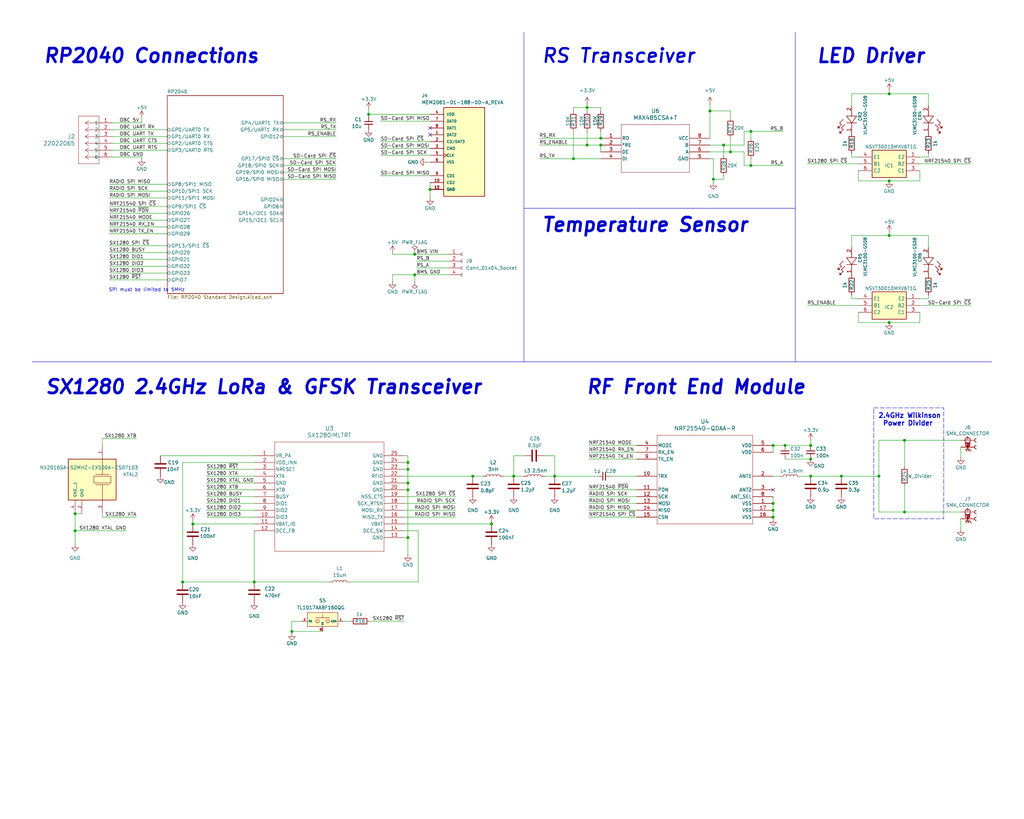
<source format=kicad_sch>
(kicad_sch (version 20231120) (generator "eeschema") (generator_version "8.0")
  (paper "User" 381 304.8)
  (title_block (title "Rocket Communication System") (date "2024-12-17") (company "Porto Space Team") (comment 1 "Miguel Amorim"))
  (junction (at 94.615 216.535))
  (junction (at 27.94 191.135))
  (junction (at 218.44 53.975))
  (junction (at 151.765 182.245))
  (junction (at 191.135 177.165))
  (junction (at 336.55 163.83))
  (junction (at 279.4 61.595))
  (junction (at 287.655 192.405))
  (junction (at 71.755 194.945))
  (junction (at 223.52 53.975))
  (junction (at 336.55 190.5))
  (junction (at 175.895 177.165))
  (junction (at 108.585 234.95))
  (junction (at 137.16 42.545))
  (junction (at 265.43 66.675))
  (junction (at 160.02 70.485))
  (junction (at 330.835 120.015))
  (junction (at 206.375 177.165))
  (junction (at 151.765 179.705))
  (junction (at 151.765 174.625))
  (junction (at 279.4 48.895))
  (junction (at 330.835 87.63))
  (junction (at 218.44 40.005))
  (junction (at 330.835 67.31))
  (junction (at 287.655 187.325))
  (junction (at 151.765 172.085))
  (junction (at 292.1 165.735))
  (junction (at 151.765 200.025))
  (junction (at 287.655 189.865))
  (junction (at 154.305 102.235))
  (junction (at 271.78 56.515))
  (junction (at 182.88 194.945))
  (junction (at 154.305 94.615))
  (junction (at 330.835 34.925))
  (junction (at 327.025 177.165))
  (junction (at 301.625 177.165))
  (junction (at 287.655 165.735))
  (junction (at 264.16 41.275))
  (junction (at 301.625 170.815))
  (junction (at 313.055 177.165))
  (junction (at 301.625 165.735))
  (junction (at 213.36 59.055))
  (junction (at 269.24 53.975))
  (junction (at 67.945 216.535))
  (junction (at 223.52 51.435))
  (junction (at 27.94 197.485))
  (no_connect (at 160.02 47.625))
  (no_connect (at 287.655 182.245))
  (no_connect (at 160.02 50.165))
  (wire (pts (xy 160.02 70.485) (xy 160.02 67.945)))
  (wire (pts (xy 151.765 169.545) (xy 151.765 172.085)))
  (wire (pts (xy 316.865 109.855) (xy 316.865 111.125)))
  (wire (pts (xy 151.765 179.705) (xy 151.765 182.245)))
  (wire (pts (xy 41.91 50.8) (xy 62.23 50.8)))
  (wire (pts (xy 265.43 66.675) (xy 265.43 67.945)))
  (wire (pts (xy 330.835 33.655) (xy 330.835 34.925)))
  (wire (pts (xy 40.64 91.44) (xy 62.23 91.44)))
  (wire (pts (xy 219.075 189.865) (xy 236.855 189.865)))
  (wire (pts (xy 76.835 182.245) (xy 94.615 182.245)))
  (wire (pts (xy 345.44 87.63) (xy 345.44 92.075)))
  (wire (pts (xy 105.41 45.72) (xy 125.095 45.72)))
  (wire (pts (xy 319.405 120.015) (xy 330.835 120.015)))
  (wire (pts (xy 150.495 182.245) (xy 151.765 182.245)))
  (wire (pts (xy 287.655 192.405) (xy 287.655 193.04)))
  (wire (pts (xy 319.405 67.31) (xy 330.835 67.31)))
  (wire (pts (xy 137.795 231.14) (xy 150.495 231.14)))
  (wire (pts (xy 40.64 73.66) (xy 62.23 73.66)))
  (wire (pts (xy 150.495 194.945) (xy 182.88 194.945)))
  (wire (pts (xy 330.835 87.63) (xy 345.44 87.63)))
  (wire (pts (xy 151.765 182.245) (xy 151.765 200.025)))
  (wire (pts (xy 76.835 174.625) (xy 94.615 174.625)))
  (wire (pts (xy 105.41 50.8) (xy 125.095 50.8)))
  (wire (pts (xy 269.24 53.975) (xy 269.24 57.785)))
  (wire (pts (xy 345.44 109.855) (xy 345.44 111.125)))
  (wire (pts (xy 219.075 184.785) (xy 236.855 184.785)))
  (wire (pts (xy 40.64 76.835) (xy 62.23 76.835)))
  (wire (pts (xy 287.655 189.865) (xy 287.655 192.405)))
  (wire (pts (xy 316.865 58.42) (xy 319.405 58.42)))
  (wire (pts (xy 313.055 177.165) (xy 327.025 177.165)))
  (wire (pts (xy 105.41 48.26) (xy 125.095 48.26)))
  (wire (pts (xy 137.16 42.545) (xy 137.16 43.18)))
  (wire (pts (xy 76.835 189.865) (xy 94.615 189.865)))
  (wire (pts (xy 141.605 52.705) (xy 160.02 52.705)))
  (wire (pts (xy 191.135 177.165) (xy 194.945 177.165)))
  (wire (pts (xy 67.945 172.085) (xy 94.615 172.085)))
  (wire (pts (xy 158.75 60.325) (xy 160.02 60.325)))
  (wire (pts (xy 279.4 48.895) (xy 279.4 51.435)))
  (wire (pts (xy 264.16 59.055) (xy 265.43 59.055)))
  (wire (pts (xy 319.405 116.205) (xy 319.405 120.015)))
  (wire (pts (xy 108.585 231.14) (xy 112.395 231.14)))
  (wire (pts (xy 130.175 216.535) (xy 155.575 216.535)))
  (wire (pts (xy 200.66 59.055) (xy 213.36 59.055)))
  (wire (pts (xy 27.94 197.485) (xy 27.94 202.565)))
  (wire (pts (xy 223.52 53.975) (xy 223.52 56.515)))
  (wire (pts (xy 40.64 84.455) (xy 62.23 84.455)))
  (wire (pts (xy 265.43 59.055) (xy 265.43 66.675)))
  (wire (pts (xy 41.91 53.34) (xy 62.23 53.34)))
  (wire (pts (xy 59.69 169.545) (xy 94.615 169.545)))
  (wire (pts (xy 67.945 172.085) (xy 67.945 216.535)))
  (wire (pts (xy 271.78 43.815) (xy 271.78 41.275)))
  (wire (pts (xy 223.52 41.275) (xy 223.52 40.005)))
  (wire (pts (xy 218.44 40.005) (xy 223.52 40.005)))
  (wire (pts (xy 151.765 174.625) (xy 151.765 179.705)))
  (wire (pts (xy 319.405 60.96) (xy 300.355 60.96)))
  (wire (pts (xy 316.865 57.15) (xy 316.865 58.42)))
  (polyline (pts (xy 194.945 77.47) (xy 295.91 77.47)))
  (wire (pts (xy 200.66 51.435) (xy 223.52 51.435)))
  (wire (pts (xy 191.135 177.165) (xy 191.135 169.545)))
  (wire (pts (xy 154.305 93.98) (xy 154.305 94.615)))
  (wire (pts (xy 94.615 216.535) (xy 94.615 197.485)))
  (wire (pts (xy 219.075 168.275) (xy 236.855 168.275)))
  (wire (pts (xy 76.835 179.705) (xy 94.615 179.705)))
  (wire (pts (xy 330.835 86.36) (xy 330.835 87.63)))
  (wire (pts (xy 345.44 58.42) (xy 342.265 58.42)))
  (wire (pts (xy 319.405 113.665) (xy 300.355 113.665)))
  (wire (pts (xy 292.1 170.815) (xy 301.625 170.815)))
  (wire (pts (xy 41.91 48.26) (xy 62.23 48.26)))
  (wire (pts (xy 276.86 48.895) (xy 279.4 48.895)))
  (wire (pts (xy 108.585 234.95) (xy 120.015 234.95)))
  (wire (pts (xy 206.375 177.165) (xy 222.25 177.165)))
  (wire (pts (xy 150.495 184.785) (xy 169.545 184.785)))
  (wire (pts (xy 219.075 170.815) (xy 236.855 170.815)))
  (wire (pts (xy 327.025 163.83) (xy 336.55 163.83)))
  (wire (pts (xy 108.585 235.585) (xy 108.585 234.95)))
  (wire (pts (xy 357.505 166.37) (xy 357.505 170.18)))
  (wire (pts (xy 38.1 165.735) (xy 38.1 163.195)))
  (wire (pts (xy 141.605 65.405) (xy 160.02 65.405)))
  (wire (pts (xy 218.44 48.895) (xy 218.44 53.975)))
  (wire (pts (xy 301.625 163.83) (xy 301.625 165.735)))
  (wire (pts (xy 316.865 34.925) (xy 330.835 34.925)))
  (wire (pts (xy 40.64 86.995) (xy 62.23 86.995)))
  (wire (pts (xy 151.765 200.025) (xy 151.765 206.375)))
  (wire (pts (xy 62.23 93.98) (xy 40.64 93.98)))
  (wire (pts (xy 327.025 177.165) (xy 327.025 190.5)))
  (wire (pts (xy 206.375 169.545) (xy 206.375 177.165)))
  (wire (pts (xy 342.265 67.31) (xy 342.265 63.5)))
  (wire (pts (xy 141.605 57.785) (xy 160.02 57.785)))
  (wire (pts (xy 27.94 191.135) (xy 30.48 191.135)))
  (wire (pts (xy 345.44 57.15) (xy 345.44 58.42)))
  (wire (pts (xy 146.05 102.235) (xy 146.05 104.775)))
  (wire (pts (xy 105.41 61.595) (xy 125.095 61.595)))
  (wire (pts (xy 330.835 34.925) (xy 345.44 34.925)))
  (wire (pts (xy 38.1 191.135) (xy 38.1 192.405)))
  (polyline (pts (xy 295.91 12.065) (xy 295.91 134.62)))
  (wire (pts (xy 200.66 53.975) (xy 218.44 53.975)))
  (wire (pts (xy 316.865 92.075) (xy 316.865 87.63)))
  (wire (pts (xy 264.16 56.515) (xy 271.78 56.515)))
  (wire (pts (xy 218.44 40.005) (xy 218.44 38.735)))
  (wire (pts (xy 213.36 41.275) (xy 213.36 40.005)))
  (wire (pts (xy 271.78 51.435) (xy 271.78 56.515)))
  (wire (pts (xy 271.78 41.275) (xy 264.16 41.275)))
  (wire (pts (xy 276.86 61.595) (xy 279.4 61.595)))
  (wire (pts (xy 327.025 190.5) (xy 336.55 190.5)))
  (wire (pts (xy 150.495 189.865) (xy 169.545 189.865)))
  (wire (pts (xy 146.05 102.235) (xy 154.305 102.235)))
  (wire (pts (xy 62.23 99.06) (xy 40.64 99.06)))
  (wire (pts (xy 297.815 177.165) (xy 301.625 177.165)))
  (wire (pts (xy 271.78 56.515) (xy 276.86 56.515)))
  (wire (pts (xy 146.05 93.98) (xy 146.05 94.615)))
  (wire (pts (xy 218.44 53.975) (xy 223.52 53.975)))
  (wire (pts (xy 175.895 177.165) (xy 179.705 177.165)))
  (wire (pts (xy 279.4 48.895) (xy 291.465 48.895)))
  (wire (pts (xy 52.705 58.42) (xy 52.705 59.055)))
  (wire (pts (xy 137.16 40.64) (xy 137.16 42.545)))
  (wire (pts (xy 150.495 169.545) (xy 151.765 169.545)))
  (wire (pts (xy 150.495 174.625) (xy 151.765 174.625)))
  (wire (pts (xy 160.02 70.485) (xy 160.02 73.66)))
  (wire (pts (xy 71.755 193.675) (xy 71.755 194.945)))
  (wire (pts (xy 76.835 177.165) (xy 94.615 177.165)))
  (wire (pts (xy 219.075 165.735) (xy 236.855 165.735)))
  (wire (pts (xy 191.135 169.545) (xy 194.945 169.545)))
  (polyline (pts (xy 368.935 134.62) (xy 12.065 134.62)))
  (wire (pts (xy 361.315 113.665) (xy 342.265 113.665)))
  (wire (pts (xy 76.835 184.785) (xy 94.615 184.785)))
  (wire (pts (xy 105.41 59.055) (xy 125.095 59.055)))
  (wire (pts (xy 62.23 101.6) (xy 40.64 101.6)))
  (wire (pts (xy 154.305 102.235) (xy 167.005 102.235)))
  (wire (pts (xy 219.075 187.325) (xy 236.855 187.325)))
  (wire (pts (xy 264.16 41.275) (xy 264.16 51.435)))
  (wire (pts (xy 155.575 197.485) (xy 155.575 216.535)))
  (wire (pts (xy 330.835 120.015) (xy 342.265 120.015)))
  (wire (pts (xy 67.945 216.535) (xy 94.615 216.535)))
  (wire (pts (xy 213.36 59.055) (xy 223.52 59.055)))
  (wire (pts (xy 227.33 177.165) (xy 236.855 177.165)))
  (wire (pts (xy 336.55 163.83) (xy 336.55 173.355)))
  (wire (pts (xy 150.495 179.705) (xy 151.765 179.705)))
  (wire (pts (xy 316.865 111.125) (xy 319.405 111.125)))
  (wire (pts (xy 62.23 104.14) (xy 40.64 104.14)))
  (wire (pts (xy 141.605 45.085) (xy 160.02 45.085)))
  (wire (pts (xy 287.655 165.735) (xy 287.655 168.275)))
  (wire (pts (xy 279.4 61.595) (xy 291.465 61.595)))
  (wire (pts (xy 223.52 48.895) (xy 223.52 51.435)))
  (wire (pts (xy 292.1 165.735) (xy 301.625 165.735)))
  (wire (pts (xy 76.835 187.325) (xy 94.615 187.325)))
  (wire (pts (xy 287.655 165.735) (xy 292.1 165.735)))
  (wire (pts (xy 269.24 53.975) (xy 276.86 53.975)))
  (wire (pts (xy 41.91 55.88) (xy 62.23 55.88)))
  (wire (pts (xy 345.44 111.125) (xy 342.265 111.125)))
  (wire (pts (xy 105.41 66.675) (xy 125.095 66.675)))
  (wire (pts (xy 213.36 40.005) (xy 218.44 40.005)))
  (wire (pts (xy 150.495 197.485) (xy 155.575 197.485)))
  (wire (pts (xy 146.05 94.615) (xy 154.305 94.615)))
  (wire (pts (xy 336.55 163.83) (xy 357.505 163.83)))
  (wire (pts (xy 327.025 163.83) (xy 327.025 177.165)))
  (wire (pts (xy 336.55 190.5) (xy 357.505 190.5)))
  (wire (pts (xy 137.16 42.545) (xy 160.02 42.545)))
  (wire (pts (xy 150.495 172.085) (xy 151.765 172.085)))
  (wire (pts (xy 342.265 120.015) (xy 342.265 116.205)))
  (wire (pts (xy 265.43 66.675) (xy 269.24 66.675)))
  (wire (pts (xy 38.1 192.405) (xy 50.8 192.405)))
  (wire (pts (xy 316.865 87.63) (xy 330.835 87.63)))
  (wire (pts (xy 319.405 63.5) (xy 319.405 67.31)))
  (wire (pts (xy 301.625 177.165) (xy 313.055 177.165)))
  (wire (pts (xy 219.075 192.405) (xy 236.855 192.405)))
  (wire (pts (xy 345.44 34.925) (xy 345.44 39.37)))
  (wire (pts (xy 187.325 177.165) (xy 191.135 177.165)))
  (wire (pts (xy 141.605 55.245) (xy 160.02 55.245)))
  (wire (pts (xy 40.64 79.375) (xy 62.23 79.375)))
  (wire (pts (xy 336.55 180.975) (xy 336.55 190.5)))
  (wire (pts (xy 330.835 67.31) (xy 342.265 67.31)))
  (wire (pts (xy 76.835 192.405) (xy 94.615 192.405)))
  (wire (pts (xy 108.585 234.95) (xy 108.585 231.14)))
  (wire (pts (xy 40.64 68.58) (xy 62.23 68.58)))
  (wire (pts (xy 202.565 177.165) (xy 206.375 177.165)))
  (wire (pts (xy 154.305 94.615) (xy 167.005 94.615)))
  (wire (pts (xy 27.94 191.135) (xy 27.94 197.485)))
  (wire (pts (xy 150.495 192.405) (xy 169.545 192.405)))
  (wire (pts (xy 52.705 43.815) (xy 52.705 45.72)))
  (wire (pts (xy 41.91 45.72) (xy 52.705 45.72)))
  (wire (pts (xy 264.16 53.975) (xy 269.24 53.975)))
  (wire (pts (xy 150.495 187.325) (xy 169.545 187.325)))
  (wire (pts (xy 27.94 197.485) (xy 46.99 197.485)))
  (wire (pts (xy 150.495 177.165) (xy 175.895 177.165)))
  (wire (pts (xy 213.36 48.895) (xy 213.36 59.055)))
  (wire (pts (xy 41.91 58.42) (xy 52.705 58.42)))
  (wire (pts (xy 264.16 38.735) (xy 264.16 41.275)))
  (wire (pts (xy 287.655 187.325) (xy 287.655 189.865)))
  (polyline (pts (xy 194.945 12.065) (xy 194.945 134.62)))
  (wire (pts (xy 219.075 182.245) (xy 236.855 182.245)))
  (wire (pts (xy 218.44 40.005) (xy 218.44 41.275)))
  (wire (pts (xy 279.4 59.055) (xy 279.4 61.595)))
  (wire (pts (xy 202.565 169.545) (xy 206.375 169.545)))
  (wire (pts (xy 276.86 53.975) (xy 276.86 48.895)))
  (wire (pts (xy 276.86 56.515) (xy 276.86 61.595)))
  (wire (pts (xy 154.305 104.775) (xy 154.305 102.235)))
  (wire (pts (xy 361.315 60.96) (xy 342.265 60.96)))
  (wire (pts (xy 127.635 231.14) (xy 130.175 231.14)))
  (wire (pts (xy 62.23 96.52) (xy 40.64 96.52)))
  (wire (pts (xy 40.64 81.915) (xy 62.23 81.915)))
  (wire (pts (xy 269.24 66.675) (xy 269.24 65.405)))
  (wire (pts (xy 38.1 163.195) (xy 50.8 163.195)))
  (wire (pts (xy 150.495 200.025) (xy 151.765 200.025)))
  (wire (pts (xy 316.865 39.37) (xy 316.865 34.925)))
  (wire (pts (xy 71.755 194.945) (xy 94.615 194.945)))
  (wire (pts (xy 287.655 177.165) (xy 290.195 177.165)))
  (wire (pts (xy 105.41 64.135) (xy 125.095 64.135)))
  (wire (pts (xy 154.94 97.155) (xy 167.005 97.155)))
  (wire (pts (xy 357.505 193.04) (xy 357.505 196.85)))
  (wire (pts (xy 122.555 216.535) (xy 94.615 216.535)))
  (wire (pts (xy 287.655 184.785) (xy 287.655 187.325)))
  (wire (pts (xy 151.765 172.085) (xy 151.765 174.625)))
  (wire (pts (xy 154.94 99.695) (xy 167.005 99.695)))
  (wire (pts (xy 40.64 71.12) (xy 62.23 71.12)))
  (wire (pts (xy 182.88 194.945) (xy 182.88 194.31)))
  (rectangle (start 325.12 151.765) (end 351.155 193.04) (stroke (width 0) (type dash)))
  (text "RF Front End Module" (at 217.805 144.145 0) (effects (font (size 5.08 5.08) (thickness 1.016) (bold yes) (italic yes)) (justify left)))
  (text "LED Driver\n" (at 303.53 20.955 0) (effects (font (size 5.08 5.08) (thickness 1.016) (bold yes) (italic yes)) (justify left)))
  (text "SX1280 2.4GHz LoRa & GFSK Transceiver" (at 16.51 144.145 0) (effects (font (size 5.08 5.08) (thickness 1.016) (bold yes) (italic yes)) (justify left)))
  (text "RP2040 Connections" (at 15.875 20.955 0) (effects (font (size 5.08 5.08) (thickness 1.016) (bold yes) (italic yes)) (justify left)))
  (text "SPI must be limited to 5MHz" (at 54.61 107.95 0) (effects (font (size 1.27 1.27))))
  (text "2.4GHz Wilkinson\nPower Divider " (at 338.455 156.21 0) (effects (font (size 1.778 1.778) (thickness 0.3556) (bold yes))))
  (text "RS Transceiver" (at 201.295 20.955 0) (effects (font (size 5.08 5.08) (thickness 0.8636) (bold yes) (italic yes)) (justify left)))
  (text "Temperature Sensor" (at 201.295 83.82 0) (effects (font (size 5.08 5.08) (thickness 1.016) (bold yes) (italic yes)) (justify left)))
  (label "SX1280 SPI ~{CS}" (at 169.545 184.785 180))
  (label "NRF21540 TX_EN" (at 219.075 170.815 0))
  (label "SX1280 DIO1" (at 40.64 96.52 0))
  (label "SD-Card SPI SCK" (at 141.605 57.785 0))
  (label "NRF21540 ~{PDN}" (at 219.075 182.245 0))
  (label "NRF21540 SPI ~{CS}" (at 361.315 60.96 180))
  (label "SX1280 XTAL GND" (at 76.835 179.705 0))
  (label "SX1280 SPI ~{CS}" (at 300.355 60.96 0))
  (label "SX1280 ~{RST}" (at 40.64 104.14 0))
  (label "SX1280 XTA" (at 76.835 177.165 0))
  (label "SX1280 XTB" (at 50.8 163.195 180))
  (label "SX1280 BUSY" (at 40.64 93.98 0))
  (label "BMS VIN" (at 154.94 94.615 0))
  (label "RADIO SPI MISO" (at 219.075 189.865 0))
  (label "SD-Card SPI ~{CS}" (at 361.315 113.665 180))
  (label "RS_TX" (at 125.095 48.26 180))
  (label "NRF21540 SPI ~{CS}" (at 219.075 192.405 0))
  (label "NRF21540 ~{PDN}" (at 40.64 79.375 0))
  (label "SD-Card SPI MOSI" (at 141.605 55.245 0))
  (label "OBC UART RTS" (at 44.45 55.88 0))
  (label "SX1280 XTA" (at 50.8 192.405 180))
  (label "NRF21540 MODE" (at 40.64 81.915 0))
  (label "SD-Card SPI SCK" (at 125.095 61.595 180))
  (label "NRF21540 MODE" (at 219.075 165.735 0))
  (label "RS_B" (at 154.94 97.155 0))
  (label "SD-Card SPI MISO" (at 125.095 66.675 180))
  (label "SX1280 SPI ~{CS}" (at 40.64 91.44 0))
  (label "RS_ENABLE" (at 300.355 113.665 0))
  (label "RADIO SPI MISO" (at 40.64 68.58 0))
  (label "RS_RX" (at 125.095 45.72 180))
  (label "RS_ENABLE" (at 200.66 53.975 0))
  (label "SX1280 BUSY" (at 76.835 184.785 0))
  (label "NRF21540 SPI ~{CS}" (at 40.64 76.835 0))
  (label "SX1280 DIO2" (at 40.64 99.06 0))
  (label "SX1280 DIO1" (at 76.835 187.325 0))
  (label "RADIO SPI SCK" (at 219.075 184.785 0))
  (label "NRF21540 RX_EN" (at 40.64 84.455 0))
  (label "OBC 5V" (at 44.45 45.72 0))
  (label "RADIO SPI SCK" (at 169.545 187.325 180))
  (label "SX1280 DIO3" (at 40.64 101.6 0))
  (label "RS_B" (at 291.465 48.895 180))
  (label "SX1280 DIO2" (at 76.835 189.865 0))
  (label "RADIO SPI MOSI" (at 219.075 187.325 0))
  (label "BMS GND" (at 154.94 102.235 0))
  (label "OBC UART CTS" (at 44.45 53.34 0))
  (label "OBC UART RX" (at 44.45 48.26 0))
  (label "SX1280 XTAL GND" (at 46.99 197.485 180))
  (label "RS_A" (at 154.94 99.695 0))
  (label "SD-Card SPI MISO" (at 141.605 65.405 0))
  (label "RS_TX" (at 200.66 59.055 0))
  (label "SD-Card SPI MISO" (at 141.605 45.085 0))
  (label "RS_ENABLE" (at 125.095 50.8 180))
  (label "RADIO SPI MISO" (at 169.545 192.405 180))
  (label "RADIO SPI SCK" (at 40.64 71.12 0))
  (label "RS_RX" (at 200.66 51.435 0))
  (label "OBC UART TX" (at 44.45 50.8 0))
  (label "SX1280 DIO3" (at 76.835 192.405 0))
  (label "SD-Card SPI ~{CS}" (at 125.095 59.055 180))
  (label "RADIO SPI MOSI" (at 40.64 73.66 0))
  (label "SX1280 XTB" (at 76.835 182.245 0))
  (label "RADIO SPI MOSI" (at 169.545 189.865 180))
  (label "RS_A" (at 291.465 61.595 180))
  (label "SD-Card SPI ~{CS}" (at 141.605 52.705 0))
  (label "SX1280 ~{RST}" (at 150.495 231.14 180))
  (label "NRF21540 RX_EN" (at 219.075 168.275 0))
  (label "OBC GND" (at 44.45 58.42 0))
  (label "SD-Card SPI MOSI" (at 125.095 64.135 180))
  (label "NRF21540 TX_EN" (at 40.64 86.995 0))
  (label "SX1280 ~{RST}" (at 76.835 174.625 0))
  (symbol (lib_id "power:+3.3V") (at 182.88 194.31 0) (unit 1)
    (property "Reference" "#PWR010" (effects (hide yes)))
    (property "Value" "+3.3V" (at 182.88 190.5 0))
    (property "Description" "Power symbol creates a global label with name \"+3.3V\"" (effects (hide yes)))
  )
  (symbol (lib_id "power:+5V") (at 146.05 93.98 0) (unit 1)
    (property "Reference" "#PWR074" (effects (hide yes)))
    (property "Value" "+5V" (at 146.05 90.17 0))
    (property "Description" "Power symbol creates a global label with name \"+5V\"" (effects (hide yes)))
  )
  (symbol (lib_id "power:GND") (at 301.625 184.785 0) (unit 1)
    (property "Reference" "#PWR059" (effects (hide yes)))
    (property "Value" "GND" (at 301.625 188.595 0))
    (property "Description" "Power symbol creates a global label with name \"GND\" , ground" (effects (hide yes)))
  )
  (symbol (lib_id "Device:C") (at 59.69 173.355 0) (unit 1)
    (property "Reference" "C19" (at 62.484 172.085 0) (effects (justify left)))
    (property "Value" "10nF" (at 61.976 174.625 0) (effects (justify left)))
    (property "Footprint" "Capacitor-0402:Capacitor_0402" (effects (hide yes)))
    (property "Description" "Unpolarized capacitor" (effects (hide yes)))
  )
  (symbol (lib_id "power:GND") (at 175.895 184.785 0) (unit 1)
    (property "Reference" "#PWR09" (effects (hide yes)))
    (property "Value" "GND" (at 175.895 189.865 0))
    (property "Description" "Power symbol creates a global label with name \"GND\" , ground" (effects (hide yes)))
  )
  (symbol (lib_id "power:GND") (at 301.625 170.815 0) (unit 1)
    (property "Reference" "#PWR058" (effects (hide yes)))
    (property "Value" "GND" (at 304.8 173.355 0))
    (property "Description" "Power symbol creates a global label with name \"GND\" , ground" (effects (hide yes)))
  )
  (symbol (lib_id "power:GND") (at 357.505 170.18 0) (unit 1)
    (property "Reference" "#PWR062" (effects (hide yes)))
    (property "Value" "GND" (at 357.505 173.99 0))
    (property "Description" "Power symbol creates a global label with name \"GND\" , ground" (effects (hide yes)))
  )
  (symbol (lib_id "NSVT30010MXV6T1G:NSVT30010MXV6T1G") (at 342.265 58.42 0) (mirror y) (unit 1)
    (property "Reference" "IC1" (at 330.835 61.595 0))
    (property "Value" "NSVT30010MXV6T1G" (at 331.47 54.61 0))
    (property "Footprint" "2 PNP:SOTFL50P160X60-6N" (effects (hide yes)))
    (property "Datasheet" "https://www.onsemi.com/pub/Collateral/NST30010MXV6-D.PDF" (effects (hide yes)))
    (property "Description" "Current Gain Matching to 10%; Base-Emitter Voltage Matched to 2 mV; Drop-In Replacement for Standard Device; These are Pb-Free Devices; S and NSV Prefix for Automotive and Other Applications Requiring Unique Site and Control Change Requirements; AEC-Q101 Qualified and PPAP Capable" (effects (hide yes)))
    (property "Height" "0.6" (effects (hide yes)))
    (property "Mouser Part Number" "863-NSVT30010MXV6T1G" (effects (hide yes)))
    (property "Mouser Price/Stock" "https://www.mouser.co.uk/ProductDetail/onsemi/NSVT30010MXV6T1G?qs=dchgzKpACvKgapfe7pOinw%3D%3D" (effects (hide yes)))
    (property "Manufacturer_Name" "onsemi" (effects (hide yes)))
    (property "Manufacturer_Part_Number" "NSVT30010MXV6T1G" (effects (hide yes)))
  )
  (symbol (lib_id "RS_Transceiver:MAX485CSA+T") (at 223.52 51.435 0) (unit 1)
    (property "Reference" "U6" (at 243.84 41.275 0) (effects (font (size 1.524 1.524))))
    (property "Value" "MAX485CSA+T" (at 243.84 43.815 0) (effects (font (size 1.524 1.524))))
    (property "Footprint" "RS Transceiver:21-0041-3-M_90-0096-8L_MXM" (effects (hide yes)))
    (property "Datasheet" "MAX485CSA+T" (effects (hide yes)))
  )
  (symbol (lib_id "power:GND") (at 71.755 202.565 0) (unit 1)
    (property "Reference" "#PWR05" (effects (hide yes)))
    (property "Value" "GND" (at 71.755 207.645 0))
    (property "Description" "Power symbol creates a global label with name \"GND\" , ground" (effects (hide yes)))
  )
  (symbol (lib_id "Device:L") (at 183.515 177.165 90) (unit 1)
    (property "Reference" "L2" (at 183.515 172.085 90))
    (property "Value" "3nH" (at 183.515 174.625 90))
    (property "Footprint" "Inductor-0402:Inductor_0402" (effects (hide yes)))
    (property "Description" "Inductor" (effects (hide yes)))
  )
  (symbol (lib_id "power:GND") (at 287.655 193.04 0) (unit 1)
    (property "Reference" "#PWR014" (effects (hide yes)))
    (property "Value" "GND" (at 287.655 196.85 0))
    (property "Description" "Power symbol creates a global label with name \"GND\" , ground" (effects (hide yes)))
  )
  (symbol (lib_id "Connector:Conn_01x04_Socket") (at 172.085 97.155 0) (unit 1)
    (property "Reference" "J9" (at 173.355 97.1549 0) (effects (justify left)))
    (property "Value" "Conn_01x04_Socket" (at 173.355 99.6949 0) (effects (justify left)))
    (property "Description" "Generic connector, single row, 01x04, script generated" (effects (hide yes)))
  )
  (symbol (lib_id "Device:C") (at 206.375 180.975 0) (unit 1)
    (property "Reference" "C27" (at 208.915 179.959 0) (effects (justify left)))
    (property "Value" "1.2pF" (at 208.915 182.499 0) (effects (justify left)))
    (property "Footprint" "Capacitor-0402:Capacitor_0402" (effects (hide yes)))
    (property "Description" "Unpolarized capacitor" (effects (hide yes)))
  )
  (symbol (lib_id "power:+3.3V") (at 137.16 40.64 0) (unit 1)
    (property "Reference" "#PWR068" (effects (hide yes)))
    (property "Value" "+3.3V" (at 137.16 36.83 0))
    (property "Description" "Power symbol creates a global label with name \"+3.3V\"" (effects (hide yes)))
  )
  (symbol (lib_id "GreenLED__VLMC3100-GS08:VLMC3100-GS08") (at 345.44 92.075 270) (unit 1)
    (property "Reference" "CR6" (at 342.265 93.98 0) (effects (font (size 1.143 1.143)) (justify left)))
    (property "Value" "VLMC3100-GS08" (at 340.36 88.265 0) (effects (font (size 1.143 1.143)) (justify left)))
    (property "Footprint" "LED-Green_VLMC3100-GS08:LED_PLCC_VSMB" (effects (hide yes)))
    (property "Datasheet" "VLMC3100-GS08" (effects (hide yes)))
  )
  (symbol (lib_id "Device:L") (at 126.365 216.535 90) (unit 1)
    (property "Reference" "L1" (at 126.365 211.455 90))
    (property "Value" "15uH" (at 126.365 213.995 90))
    (property "Footprint" "Inductor-0805:IND_15uH_0805" (effects (hide yes)))
    (property "Description" "Inductor" (effects (hide yes)))
  )
  (symbol (lib_id "NSVT30010MXV6T1G:NSVT30010MXV6T1G") (at 342.265 111.125 0) (mirror y) (unit 1)
    (property "Reference" "IC2" (at 330.835 114.3 0))
    (property "Value" "NSVT30010MXV6T1G" (at 331.47 107.315 0))
    (property "Footprint" "2 PNP:SOTFL50P160X60-6N" (effects (hide yes)))
    (property "Datasheet" "https://www.onsemi.com/pub/Collateral/NST30010MXV6-D.PDF" (effects (hide yes)))
    (property "Description" "Current Gain Matching to 10%; Base-Emitter Voltage Matched to 2 mV; Drop-In Replacement for Standard Device; These are Pb-Free Devices; S and NSV Prefix for Automotive and Other Applications Requiring Unique Site and Control Change Requirements; AEC-Q101 Qualified and PPAP Capable" (effects (hide yes)))
    (property "Height" "0.6" (effects (hide yes)))
    (property "Mouser Part Number" "863-NSVT30010MXV6T1G" (effects (hide yes)))
    (property "Mouser Price/Stock" "https://www.mouser.co.uk/ProductDetail/onsemi/NSVT30010MXV6T1G?qs=dchgzKpACvKgapfe7pOinw%3D%3D" (effects (hide yes)))
    (property "Manufacturer_Name" "onsemi" (effects (hide yes)))
    (property "Manufacturer_Part_Number" "NSVT30010MXV6T1G" (effects (hide yes)))
  )
  (symbol (lib_id "Device:R") (at 316.865 106.045 0) (mirror x) (unit 1)
    (property "Reference" "R22" (at 316.865 107.95 90) (effects (justify right)))
    (property "Value" "1k" (at 314.325 107.315 90) (effects (justify right)))
    (property "Footprint" "Resistor-0402:RES_0402" (effects (hide yes)))
    (property "Description" "Resistor" (effects (hide yes)))
  )
  (symbol (lib_id "power:GND") (at 137.16 48.26 0) (unit 1)
    (property "Reference" "#PWR067" (effects (hide yes)))
    (property "Value" "GND" (at 137.16 52.07 0))
    (property "Description" "Power symbol creates a global label with name \"GND\" , ground" (effects (hide yes)))
  )
  (symbol (lib_id "Device:R") (at 345.44 106.045 180) (unit 1)
    (property "Reference" "R25" (at 345.44 107.95 90) (effects (justify right)))
    (property "Value" "1k" (at 347.98 107.315 90) (effects (justify right)))
    (property "Footprint" "Resistor-0402:RES_0402" (effects (hide yes)))
    (property "Description" "Resistor" (effects (hide yes)))
  )
  (symbol (lib_id "power:GND") (at 313.055 184.785 0) (unit 1)
    (property "Reference" "#PWR060" (effects (hide yes)))
    (property "Value" "GND" (at 313.055 188.595 0))
    (property "Description" "Power symbol creates a global label with name \"GND\" , ground" (effects (hide yes)))
  )
  (symbol (lib_id "GreenLED__VLMC3100-GS08:VLMC3100-GS08") (at 316.865 92.075 90) (mirror x) (unit 1)
    (property "Reference" "CR5" (at 320.04 97.79 0) (effects (font (size 1.143 1.143)) (justify right)))
    (property "Value" "VLMC3100-GS08" (at 321.945 102.87 0) (effects (font (size 1.143 1.143)) (justify right)))
    (property "Footprint" "LED-Green_VLMC3100-GS08:LED_PLCC_VSMB" (effects (hide yes)))
    (property "Datasheet" "VLMC3100-GS08" (effects (hide yes)))
  )
  (symbol (lib_id "Device:L") (at 198.755 177.165 90) (unit 1)
    (property "Reference" "L3" (at 196.215 175.133 90))
    (property "Value" "2.5nH" (at 200.787 175.133 90))
    (property "Footprint" "Inductor-0402:Inductor_0402" (effects (hide yes)))
    (property "Description" "Inductor" (effects (hide yes)))
  )
  (symbol (lib_id "Device:C") (at 71.755 198.755 0) (unit 1)
    (property "Reference" "C21" (at 74.549 196.977 0) (effects (justify left)))
    (property "Value" "100nF" (at 74.295 199.517 0) (effects (justify left)))
    (property "Footprint" "Capacitor-0402:Capacitor_0402" (effects (hide yes)))
    (property "Description" "Unpolarized capacitor" (effects (hide yes)))
  )
  (symbol (lib_id "SMA_CONNECTOR:SMA_CONNECTOR") (at 360.045 190.5 0) (mirror y) (unit 1)
    (property "Reference" "J7" (at 360.045 185.674 0))
    (property "Value" "SMA_CONNECTOR" (at 360.045 187.96 0))
    (property "Footprint" "Inductor-0805:Inductor_0805" (effects (hide yes)))
    (property "MF" "LPRS" (effects (hide yes)))
    (property "MAXIMUM_PACKAGE_HEIGHT" "8.3 mm" (effects (hide yes)))
    (property "Package" "None" (effects (hide yes)))
    (property "Price" "None" (effects (hide yes)))
    (property "Check_prices" "https://www.snapeda.com/parts/SMA%20CONNECTOR/LPRS/view-part/?ref=eda" (effects (hide yes)))
    (property "STANDARD" "Manufacturer Recommendations" (effects (hide yes)))
    (property "PARTREV" "1.3" (effects (hide yes)))
    (property "SnapEDA_Link" "https://www.snapeda.com/parts/SMA%20CONNECTOR/LPRS/view-part/?ref=snap" (effects (hide yes)))
    (property "MP" "SMA CONNECTOR" (effects (hide yes)))
    (property "Purchase-URL" "https://www.snapeda.com/api/url_track_click_mouser/?unipart_id=4703486&manufacturer=LPRS&part_name=SMA CONNECTOR&search_term=None" (effects (hide yes)))
    (property "Availability" "In Stock" (effects (hide yes)))
    (property "MANUFACTURER" "LPRS" (effects (hide yes)))
  )
  (symbol (lib_id "Device:R") (at 279.4 55.245 0) (unit 1)
    (property "Reference" "R26" (at 279.4 57.023 90) (effects (justify left)))
    (property "Value" "120" (at 281.686 56.769 90) (effects (justify left)))
    (property "Footprint" "Resistor-0402:RES_0402" (effects (hide yes)))
    (property "Description" "Resistor" (effects (hide yes)))
  )
  (symbol (lib_id "Device:C") (at 94.615 220.345 0) (unit 1)
    (property "Reference" "C22" (at 98.425 219.0749 0) (effects (justify left)))
    (property "Value" "470nF" (at 98.425 221.6149 0) (effects (justify left)))
    (property "Footprint" "Capacitor-0402:Capacitor_0402" (effects (hide yes)))
    (property "Description" "Unpolarized capacitor" (effects (hide yes)))
  )
  (symbol (lib_id "power:GND") (at 265.43 67.945 0) (unit 1)
    (property "Reference" "#PWR065" (effects (hide yes)))
    (property "Value" "GND" (at 265.43 73.025 0))
    (property "Description" "Power symbol creates a global label with name \"GND\" , ground" (effects (hide yes)))
  )
  (symbol (lib_id "power:GND") (at 59.69 177.165 0) (unit 1)
    (property "Reference" "#PWR02" (effects (hide yes)))
    (property "Value" "GND" (at 62.992 179.451 0))
    (property "Description" "Power symbol creates a global label with name \"GND\" , ground" (effects (hide yes)))
  )
  (symbol (lib_id "power:GND") (at 357.505 196.85 0) (unit 1)
    (property "Reference" "#PWR063" (effects (hide yes)))
    (property "Value" "GND" (at 357.505 200.66 0))
    (property "Description" "Power symbol creates a global label with name \"GND\" , ground" (effects (hide yes)))
  )
  (symbol (lib_id "CONN_SA-4455_06_TE_MOL:22022065") (at 41.91 45.72 0) (mirror y) (unit 1)
    (property "Reference" "J2" (at 27.94 50.7999 0) (effects (font (size 1.524 1.524)) (justify left)))
    (property "Value" "22022065" (at 27.94 53.3399 0) (effects (font (size 1.524 1.524)) (justify left)))
    (property "Footprint" "CONN_SA-4455_06_TE_MOL" (effects (hide yes)))
    (property "Datasheet" "22022065" (effects (hide yes)))
  )
  (symbol (lib_id "power:+3.3V") (at 218.44 38.735 0) (mirror y) (unit 1)
    (property "Reference" "#PWR066" (effects (hide yes)))
    (property "Value" "+3.3V" (at 218.44 33.655 0))
    (property "Footprint" "RES_0402:RES_0402" (effects (hide yes)))
    (property "Description" "Power symbol creates a global label with name \"+3.3V\"" (effects (hide yes)))
  )
  (symbol (lib_id "Device:C_Small") (at 301.625 168.275 0) (unit 1)
    (property "Reference" "C33" (at 303.53 167.005 0) (effects (justify left)))
    (property "Value" "100n" (at 303.53 169.545 0) (effects (justify left)))
    (property "Footprint" "Capacitor-0402:Capacitor_0402" (effects (hide yes)))
    (property "Description" "Unpolarized capacitor, small symbol" (effects (hide yes)))
  )
  (symbol (lib_id "NX2016SA-52MHZ-EXS00A-CS07103:NX2016SA-52MHZ-EXS00A-CS07103") (at 35.56 178.435 270) (unit 1)
    (property "Reference" "XTAL2" (at 51.435 176.53 90) (effects (justify right)))
    (property "Value" "NX2016SA-52MHZ-EXS00A-CS07103" (at 51.435 173.99 90) (effects (justify right)))
    (property "Footprint" "NX2016SA_52MHZ:OSCCC200X160X50N" (effects (hide yes)))
    (property "PARTREV" "N/A" (effects (hide yes)))
    (property "STANDARD" "IPC-7351B" (effects (hide yes)))
    (property "MANUFACTURER" "NDK" (effects (hide yes)))
  )
  (symbol (lib_id "Device:R") (at 218.44 45.085 0) (unit 1)
    (property "Reference" "R30" (at 218.44 46.99 90) (effects (justify left)))
    (property "Value" "10K" (at 216.408 46.863 90) (effects (justify left)))
    (property "Footprint" "Resistor-0402:RES_0402" (effects (hide yes)))
    (property "Description" "Resistor" (effects (hide yes)))
  )
  (symbol (lib_id "Device:C_Small") (at 292.1 168.275 0) (unit 1)
    (property "Reference" "C32" (at 294.005 167.005 0) (effects (justify left)))
    (property "Value" "100n" (at 294.005 169.545 0) (effects (justify left)))
    (property "Footprint" "Capacitor-0402:Capacitor_0402" (effects (hide yes)))
    (property "Description" "Unpolarized capacitor, small symbol" (effects (hide yes)))
  )
  (symbol (lib_id "Device:R") (at 269.24 61.595 0) (unit 1)
    (property "Reference" "R28" (at 269.24 63.627 90) (effects (justify left)))
    (property "Value" "20K" (at 270.51 61.595 0) (effects (justify left)))
    (property "Footprint" "Resistor-0402:RES_0402" (effects (hide yes)))
    (property "Description" "Resistor" (effects (hide yes)))
  )
  (symbol (lib_id "power:GND") (at 27.94 202.565 0) (unit 1)
    (property "Reference" "#PWR01" (effects (hide yes)))
    (property "Value" "GND" (at 27.94 207.645 0))
    (property "Description" "Power symbol creates a global label with name \"GND\" , ground" (effects (hide yes)))
  )
  (symbol (lib_id "power:PWR_FLAG") (at 154.305 104.775 180) (unit 1)
    (property "Reference" "#FLG04" (effects (hide yes)))
    (property "Value" "PWR_FLAG" (at 154.305 108.585 0))
    (property "Description" "Special symbol for telling ERC where power comes from" (effects (hide yes)))
  )
  (symbol (lib_id "Device:C") (at 67.945 220.345 0) (unit 1)
    (property "Reference" "C20" (at 70.231 219.329 0) (effects (justify left)))
    (property "Value" "10nF" (at 70.231 221.869 0) (effects (justify left)))
    (property "Footprint" "Capacitor-0402:Capacitor_0402" (effects (hide yes)))
    (property "Description" "Unpolarized capacitor" (effects (hide yes)))
  )
  (symbol (lib_id "SX1280:SX1280IMLTRT") (at 94.615 169.545 0) (unit 1)
    (property "Reference" "U3" (at 122.555 159.385 0) (effects (font (size 1.524 1.524))))
    (property "Value" "SX1280IMLTRT" (at 122.555 161.925 0) (effects (font (size 1.524 1.524))))
    (property "Footprint" "QFN24_4X4_SEM" (effects (hide yes)))
    (property "Datasheet" "SX1280IMLTRT" (effects (hide yes)))
  )
  (symbol (lib_id "MEM2061-01-188-00-A_REVA:MEM2061-01-188-00-A_REVA") (at 165.1 55.245 0) (unit 1)
    (property "Reference" "J4" (at 156.845 35.56 0) (effects (justify left)))
    (property "Value" "MEM2061-01-188-00-A_REVA" (at 156.845 38.1 0) (effects (justify left)))
    (property "Footprint" "MEM2061-01-188-00-A_REVA:GCT_MEM2061-01-188-00-A_REVA" (effects (hide yes)))
    (property "MF" "Global Connector Technology" (effects (hide yes)))
    (property "Description_1" "\n                        \n                            10 (8 + 2) Position Card Connector microSD Surface Mount, Right Angle Gold\n                        \n" (effects (hide yes)))
    (property "Package" "None" (effects (hide yes)))
    (property "Price" "None" (effects (hide yes)))
    (property "Check_prices" "https://www.snapeda.com/parts/MEM2061-01-188-00-A/Global+Connector+Technology/view-part/?ref=eda" (effects (hide yes)))
    (property "SnapEDA_Link" "https://www.snapeda.com/parts/MEM2061-01-188-00-A/Global+Connector+Technology/view-part/?ref=snap" (effects (hide yes)))
    (property "MP" "MEM2061-01-188-00-A" (effects (hide yes)))
    (property "Availability" "In Stock" (effects (hide yes)))
    (property "MANUFACTURER" "GCT" (effects (hide yes)))
  )
  (symbol (lib_id "power:GND") (at 151.765 206.375 0) (unit 1)
    (property "Reference" "#PWR08" (effects (hide yes)))
    (property "Value" "GND" (at 151.765 210.185 0))
    (property "Description" "Power symbol creates a global label with name \"GND\" , ground" (effects (hide yes)))
  )
  (symbol (lib_id "power:GND") (at 94.615 224.155 0) (unit 1)
    (property "Reference" "#PWR06" (effects (hide yes)))
    (property "Value" "GND" (at 94.615 229.235 0))
    (property "Description" "Power symbol creates a global label with name \"GND\" , ground" (effects (hide yes)))
  )
  (symbol (lib_id "Device:R") (at 345.44 53.34 180) (unit 1)
    (property "Reference" "R23" (at 345.44 55.245 90) (effects (justify right)))
    (property "Value" "1k" (at 347.98 54.61 90) (effects (justify right)))
    (property "Footprint" "Resistor-0402:RES_0402" (effects (hide yes)))
    (property "Description" "Resistor" (effects (hide yes)))
  )
  (symbol (lib_id "power:GND") (at 182.88 202.565 0) (unit 1)
    (property "Reference" "#PWR011" (effects (hide yes)))
    (property "Value" "GND" (at 182.88 207.645 0))
    (property "Description" "Power symbol creates a global label with name \"GND\" , ground" (effects (hide yes)))
  )
  (symbol (lib_id "Device:C") (at 313.055 180.975 0) (unit 1)
    (property "Reference" "C35" (at 315.595 179.705 0) (effects (justify left)))
    (property "Value" "0.3p" (at 315.595 182.245 0) (effects (justify left)))
    (property "Footprint" "Capacitor-0402:Capacitor_0402" (effects (hide yes)))
    (property "Description" "Unpolarized capacitor" (effects (hide yes)))
  )
  (symbol (lib_id "Device:R") (at 271.78 47.625 0) (unit 1)
    (property "Reference" "R27" (at 271.78 49.657 90) (effects (justify left)))
    (property "Value" "20K" (at 273.05 47.625 0) (effects (justify left)))
    (property "Footprint" "Resistor-0402:RES_0402" (effects (hide yes)))
    (property "Description" "Resistor" (effects (hide yes)))
  )
  (symbol (lib_id "power:+5V") (at 264.16 38.735 0) (unit 1)
    (property "Reference" "#PWR073" (effects (hide yes)))
    (property "Value" "+5V" (at 264.16 33.655 0))
    (property "Description" "Power symbol creates a global label with name \"+5V\"" (effects (hide yes)))
  )
  (symbol (lib_id "Device:C") (at 301.625 180.975 0) (unit 1)
    (property "Reference" "C34" (at 304.165 179.705 0) (effects (justify left)))
    (property "Value" "0.9p" (at 304.165 182.245 0) (effects (justify left)))
    (property "Footprint" "Capacitor-0402:Capacitor_0402" (effects (hide yes)))
    (property "Description" "Unpolarized capacitor" (effects (hide yes)))
  )
  (symbol (lib_id "power:GND") (at 146.05 104.775 0) (unit 1)
    (property "Reference" "#PWR070" (effects (hide yes)))
    (property "Value" "GND" (at 146.05 108.585 0))
    (property "Description" "Power symbol creates a global label with name \"GND\" , ground" (effects (hide yes)))
  )
  (symbol (lib_id "Device:R") (at 223.52 45.085 0) (unit 1)
    (property "Reference" "R29" (at 223.52 46.863 90) (effects (justify left)))
    (property "Value" "10K" (at 221.488 46.863 90) (effects (justify left)))
    (property "Footprint" "Resistor-0402:RES_0402" (effects (hide yes)))
    (property "Description" "Resistor" (effects (hide yes)))
  )
  (symbol (lib_id "power:GND") (at 330.835 67.31 0) (unit 1)
    (property "Reference" "#PWR027" (effects (hide yes)))
    (property "Value" "GND" (at 330.835 71.12 0))
    (property "Description" "Power symbol creates a global label with name \"GND\" , ground" (effects (hide yes)))
  )
  (symbol (lib_id "TL1017AABF160QG:TL1017AABF160QG") (at 128.905 234.95 0) (mirror y) (unit 1)
    (property "Reference" "S5" (at 120.015 223.52 0))
    (property "Value" "TL1017AABF160QG" (at 119.38 226.06 0))
    (property "Footprint" "TL1017AABF160QG" (effects (hide yes)))
    (property "Datasheet" "https://configured-product-images.s3.amazonaws.com/2D/specs/TL1017AABF160QG.pdf" (effects (hide yes)))
    (property "Description" "TACT, Surface Mount" (effects (hide yes)))
    (property "Height" "1.7" (effects (hide yes)))
    (property "Mouser Part Number" "612-TL1017AABF160QG" (effects (hide yes)))
    (property "Mouser Price/Stock" "https://www.mouser.co.uk/ProductDetail/E-Switch/TL1017AABF160QG?qs=9vOqFld9vZWEDSBQD0ZM5A%3D%3D" (effects (hide yes)))
    (property "Manufacturer_Name" "E-Switch" (effects (hide yes)))
    (property "Manufacturer_Part_Number" "TL1017AABF160QG" (effects (hide yes)))
  )
  (symbol (lib_id "power:+3.3V") (at 71.755 193.675 0) (unit 1)
    (property "Reference" "#PWR04" (effects (hide yes)))
    (property "Value" "+3.3V" (at 71.755 189.865 0))
    (property "Description" "Power symbol creates a global label with name \"+3.3V\"" (effects (hide yes)))
  )
  (symbol (lib_id "power:GND") (at 158.75 60.325 270) (unit 1)
    (property "Reference" "#PWR069" (effects (hide yes)))
    (property "Value" "GND" (at 153.67 60.325 90))
    (property "Description" "Power symbol creates a global label with name \"GND\" , ground" (effects (hide yes)))
  )
  (symbol (lib_id "power:GND") (at 160.02 73.66 0) (unit 1)
    (property "Reference" "#PWR064" (effects (hide yes)))
    (property "Value" "GND" (at 160.02 77.47 0))
    (property "Description" "Power symbol creates a global label with name \"GND\" , ground" (effects (hide yes)))
  )
  (symbol (lib_id "Device:R") (at 213.36 45.085 180) (unit 1)
    (property "Reference" "R31" (at 213.36 43.18 90) (effects (justify left)))
    (property "Value" "10K" (at 211.328 43.053 90) (effects (justify left)))
    (property "Footprint" "Resistor-0402:RES_0402" (effects (hide yes)))
    (property "Description" "Resistor" (effects (hide yes)))
  )
  (symbol (lib_id "power:+5V") (at 330.835 33.655 0) (unit 1)
    (property "Reference" "#PWR071" (effects (hide yes)))
    (property "Value" "+5V" (at 330.835 29.845 0))
    (property "Description" "Power symbol creates a global label with name \"+5V\"" (effects (hide yes)))
  )
  (symbol (lib_id "Device:R") (at 133.985 231.14 90) (mirror x) (unit 1)
    (property "Reference" "R16" (at 133.985 231.14 90))
    (property "Value" "1k" (at 133.731 228.6 90))
    (property "Footprint" "Resistor-0402:RES_0402" (effects (hide yes)))
    (property "Description" "Resistor" (effects (hide yes)))
  )
  (symbol (lib_id "power:+5V") (at 330.835 86.36 0) (unit 1)
    (property "Reference" "#PWR072" (effects (hide yes)))
    (property "Value" "+5V" (at 330.835 82.55 0))
    (property "Description" "Power symbol creates a global label with name \"+5V\"" (effects (hide yes)))
  )
  (symbol (lib_id "power:+3.3V") (at 301.625 163.83 0) (unit 1)
    (property "Reference" "#PWR053" (effects (hide yes)))
    (property "Value" "+3.3V" (at 301.625 160.02 0))
    (property "Description" "Power symbol creates a global label with name \"+3.3V\"" (effects (hide yes)))
  )
  (symbol (lib_id "power:GND") (at 191.135 184.785 0) (unit 1)
    (property "Reference" "#PWR012" (effects (hide yes)))
    (property "Value" "GND" (at 191.135 189.865 0))
    (property "Description" "Power symbol creates a global label with name \"GND\" , ground" (effects (hide yes)))
  )
  (symbol (lib_id "SMA_CONNECTOR:SMA_CONNECTOR") (at 360.045 163.83 0) (mirror y) (unit 1)
    (property "Reference" "J6" (at 360.045 159.004 0))
    (property "Value" "SMA_CONNECTOR" (at 360.045 161.29 0))
    (property "Footprint" "SMA_CONNECTOR:LPRS_SMA_CONNECTOR" (effects (hide yes)))
    (property "MF" "LPRS" (effects (hide yes)))
    (property "MAXIMUM_PACKAGE_HEIGHT" "8.3 mm" (effects (hide yes)))
    (property "Package" "None" (effects (hide yes)))
    (property "Price" "None" (effects (hide yes)))
    (property "Check_prices" "https://www.snapeda.com/parts/SMA%20CONNECTOR/LPRS/view-part/?ref=eda" (effects (hide yes)))
    (property "STANDARD" "Manufacturer Recommendations" (effects (hide yes)))
    (property "PARTREV" "1.3" (effects (hide yes)))
    (property "SnapEDA_Link" "https://www.snapeda.com/parts/SMA%20CONNECTOR/LPRS/view-part/?ref=snap" (effects (hide yes)))
    (property "MP" "SMA CONNECTOR" (effects (hide yes)))
    (property "Purchase-URL" "https://www.snapeda.com/api/url_track_click_mouser/?unipart_id=4703486&manufacturer=LPRS&part_name=SMA CONNECTOR&search_term=None" (effects (hide yes)))
    (property "Description_1" "\n                        \n                            RF Coaxial Straight SMA Connector\n                        \n" (effects (hide yes)))
    (property "Availability" "In Stock" (effects (hide yes)))
    (property "MANUFACTURER" "LPRS" (effects (hide yes)))
  )
  (symbol (lib_id "power:GND") (at 67.945 224.155 0) (unit 1)
    (property "Reference" "#PWR03" (effects (hide yes)))
    (property "Value" "GND" (at 67.945 227.965 0))
    (property "Description" "Power symbol creates a global label with name \"GND\" , ground" (effects (hide yes)))
  )
  (symbol (lib_id "Device:C") (at 191.135 180.975 0) (unit 1)
    (property "Reference" "C25" (at 193.675 179.705 0) (effects (justify left)))
    (property "Value" "1.2pF" (at 193.675 182.245 0) (effects (justify left)))
    (property "Footprint" "Capacitor-0402:Capacitor_0402" (effects (hide yes)))
    (property "Description" "Unpolarized capacitor" (effects (hide yes)))
  )
  (symbol (lib_id "Device:R") (at 316.865 53.34 0) (mirror x) (unit 1)
    (property "Reference" "R18" (at 316.865 55.245 90) (effects (justify right)))
    (property "Value" "1k" (at 314.325 54.61 90) (effects (justify right)))
    (property "Footprint" "Resistor-0402:RES_0402" (effects (hide yes)))
    (property "Description" "Resistor" (effects (hide yes)))
  )
  (symbol (lib_id "Device:C") (at 182.88 198.755 0) (unit 1)
    (property "Reference" "C24" (at 185.42 197.485 0) (effects (justify left)))
    (property "Value" "100nF" (at 185.42 200.025 0) (effects (justify left)))
    (property "Footprint" "Capacitor-0402:Capacitor_0402" (effects (hide yes)))
    (property "Description" "Unpolarized capacitor" (effects (hide yes)))
  )
  (symbol (lib_id "Device:C") (at 175.895 180.975 0) (unit 1)
    (property "Reference" "C23" (at 178.689 179.959 0) (effects (justify left)))
    (property "Value" "0.8pF" (at 178.689 182.499 0) (effects (justify left)))
    (property "Footprint" "Capacitor-0402:Capacitor_0402" (effects (hide yes)))
    (property "Description" "Unpolarized capacitor" (effects (hide yes)))
  )
  (symbol (lib_id "power:GND") (at 330.835 120.015 0) (unit 1)
    (property "Reference" "#PWR061" (effects (hide yes)))
    (property "Value" "GND" (at 330.835 123.825 0))
    (property "Description" "Power symbol creates a global label with name \"GND\" , ground" (effects (hide yes)))
  )
  (symbol (lib_id "Device:C") (at 198.755 169.545 270) (unit 1)
    (property "Reference" "C26" (at 199.009 163.195 90))
    (property "Value" "0.5pF" (at 199.009 165.735 90))
    (property "Footprint" "Capacitor-0402:Capacitor_0402" (effects (hide yes)))
    (property "Description" "Unpolarized capacitor" (effects (hide yes)))
  )
  (symbol (lib_id "GreenLED__VLMC3100-GS08:VLMC3100-GS08") (at 316.865 39.37 90) (mirror x) (unit 1)
    (property "Reference" "CR2" (at 320.04 45.085 0) (effects (font (size 1.143 1.143)) (justify right)))
    (property "Value" "VLMC3100-GS08" (at 321.945 50.165 0) (effects (font (size 1.143 1.143)) (justify right)))
    (property "Footprint" "LED-Green_VLMC3100-GS08:LED_PLCC_VSMB" (effects (hide yes)))
    (property "Datasheet" "VLMC3100-GS08" (effects (hide yes)))
  )
  (symbol (lib_id "NRF21540-QDAA-R:NRF21540-QDAA-R") (at 236.855 167.005 0) (unit 1)
    (property "Reference" "U4" (at 262.255 156.845 0) (effects (font (size 1.524 1.524))))
    (property "Value" "NRF21540-QDAA-R" (at 262.255 159.385 0) (effects (font (size 1.524 1.524))))
    (property "Footprint" "QFN16_4X4_NOR" (effects (hide yes)))
    (property "Datasheet" "NRF21540-QDAA-R" (effects (hide yes)))
  )
  (symbol (lib_id "GreenLED__VLMC3100-GS08:VLMC3100-GS08") (at 345.44 39.37 270) (unit 1)
    (property "Reference" "CR4" (at 342.265 41.275 0) (effects (font (size 1.143 1.143)) (justify left)))
    (property "Value" "VLMC3100-GS08" (at 340.36 35.56 0) (effects (font (size 1.143 1.143)) (justify left)))
    (property "Footprint" "LED-Green_VLMC3100-GS08:LED_PLCC_VSMB" (effects (hide yes)))
    (property "Datasheet" "VLMC3100-GS08" (effects (hide yes)))
  )
  (symbol (lib_id "power:PWR_FLAG") (at 154.305 93.98 0) (unit 1)
    (property "Reference" "#FLG01" (effects (hide yes)))
    (property "Value" "PWR_FLAG" (at 154.305 90.17 0))
    (property "Description" "Special symbol for telling ERC where power comes from" (effects (hide yes)))
  )
  (symbol (lib_id "power:GND") (at 206.375 184.785 0) (unit 1)
    (property "Reference" "#PWR013" (effects (hide yes)))
    (property "Value" "GND" (at 206.375 189.865 0))
    (property "Description" "Power symbol creates a global label with name \"GND\" , ground" (effects (hide yes)))
  )
  (symbol (lib_id "power:GND") (at 52.705 59.055 0) (unit 1)
    (property "Reference" "#PWR026" (effects (hide yes)))
    (property "Value" "GND" (at 52.705 62.865 0))
    (property "Description" "Power symbol creates a global label with name \"GND\" , ground" (effects (hide yes)))
  )
  (symbol (lib_id "Device:L") (at 294.005 177.165 90) (unit 1)
    (property "Reference" "L4" (at 291.465 175.26 90))
    (property "Value" "1.9nH" (at 295.91 175.26 90))
    (property "Footprint" "Inductor-0201:Inductor_0201" (effects (hide yes)))
    (property "Description" "Inductor" (effects (hide yes)))
  )
  (symbol (lib_id "power:+5V") (at 52.705 43.815 0) (unit 1)
    (property "Reference" "#PWR075" (effects (hide yes)))
    (property "Value" "+5V" (at 52.705 40.005 0))
    (property "Description" "Power symbol creates a global label with name \"+5V\"" (effects (hide yes)))
  )
  (symbol (lib_id "power:GND") (at 108.585 235.585 0) (unit 1)
    (property "Reference" "#PWR07" (effects (hide yes)))
    (property "Value" "GND" (at 108.585 239.395 0))
    (property "Description" "Power symbol creates a global label with name \"GND\" , ground" (effects (hide yes)))
  )
  (symbol (lib_id "Device:C_Small") (at 224.79 177.165 90) (unit 1)
    (property "Reference" "C28" (at 229.235 175.26 90) (effects (justify left)))
    (property "Value" "1p" (at 223.52 175.26 90) (effects (justify left)))
    (property "Footprint" "Capacitor-0402:Capacitor_0402" (effects (hide yes)))
    (property "Description" "Unpolarized capacitor, small symbol" (effects (hide yes)))
  )
  (symbol (lib_id "Device:C_Small") (at 137.16 45.72 0) (mirror y) (unit 1)
    (property "Reference" "C1" (at 134.62 44.45 0) (effects (justify left)))
    (property "Value" "10u" (at 134.62 46.99 0) (effects (justify left)))
    (property "Description" "Unpolarized capacitor, small symbol" (effects (hide yes)))
  )
  (symbol (lib_id "Device:R") (at 336.55 177.165 180) (unit 1)
    (property "Reference" "R24" (at 336.55 177.165 90))
    (property "Value" "W_Divider" (at 342.265 177.165 0))
    (property "Footprint" "Resistor-0805:R_0805_5K1" (effects (hide yes)))
    (property "Description" "Resistor" (effects (hide yes)))
  )
  (sheet (at 62.23 35.56) (size 43.18 73.66) (stroke (width 0.1524))
    (property "Sheetname" "RP2040" (at 62.23 34.8484 0) (effects (justify left bottom)))
    (property "Sheetfile" "RP2040 Standard Design.kicad_sch" (at 62.23 109.8046 0) (effects (justify left top)))
    (pin "GPIO24" bidirectional (at 105.41 74.295 0))
    (pin "GPIO22" bidirectional (at 62.23 99.06 180))
    (pin "GPIO21" bidirectional (at 62.23 96.52 180))
    (pin "GPIO20" bidirectional (at 62.23 93.98 180))
    (pin "GPIO23" bidirectional (at 62.23 101.6 180))
    (pin "GP19{slash}SPI0 MOSI" bidirectional (at 105.41 64.135 0))
    (pin "GP14{slash}I2C1 SDA" bidirectional (at 105.41 79.375 0))
    (pin "GP17{slash}SPI0 ~{CS}" bidirectional (at 105.41 59.055 0))
    (pin "GP18{slash}SPI0 SCK" bidirectional (at 105.41 61.595 0))
    (pin "GPIO27" bidirectional (at 62.23 81.915 180))
    (pin "GPIO28" bidirectional (at 62.23 84.455 180))
    (pin "GPIO26" bidirectional (at 62.23 79.375 180))
    (pin "GPIO29" bidirectional (at 62.23 86.995 180))
    (pin "GPIO6" bidirectional (at 105.41 76.835 0))
    (pin "GPIO7" bidirectional (at 62.23 104.14 180))
    (pin "GP11{slash}SPI1 MOSI" bidirectional (at 62.23 73.66 180))
    (pin "GP1{slash}UART0 RX" bidirectional (at 62.23 50.8 180))
    (pin "GP15{slash}I2C1 SCL" bidirectional (at 105.41 81.915 0))
    (pin "GP13{slash}SPI1 ~{CS}" bidirectional (at 62.23 91.44 180))
    (pin "GP9{slash}SPI1 ~{CS}" bidirectional (at 62.23 76.835 180))
    (pin "GP8{slash}SPI1 MISO" bidirectional (at 62.23 68.58 180))
    (pin "GPIO12" bidirectional (at 105.41 50.8 0))
    (pin "GP16{slash}SPI0 MISO" bidirectional (at 105.41 66.675 0))
    (pin "GP10{slash}SPI1 SCK" bidirectional (at 62.23 71.12 180))
    (pin "GP0{slash}UART0 TX" bidirectional (at 62.23 48.26 180))
    (pin "GP4{slash}UART1 TX" bidirectional (at 105.41 45.72 0))
    (pin "GP3{slash}UART0 RTS" bidirectional (at 62.23 55.88 180))
    (pin "GP2{slash}UART0 CTS" bidirectional (at 62.23 53.34 180))
    (pin "GP5{slash}UART1 RX" bidirectional (at 105.41 48.26 0))
  )
)
</source>
